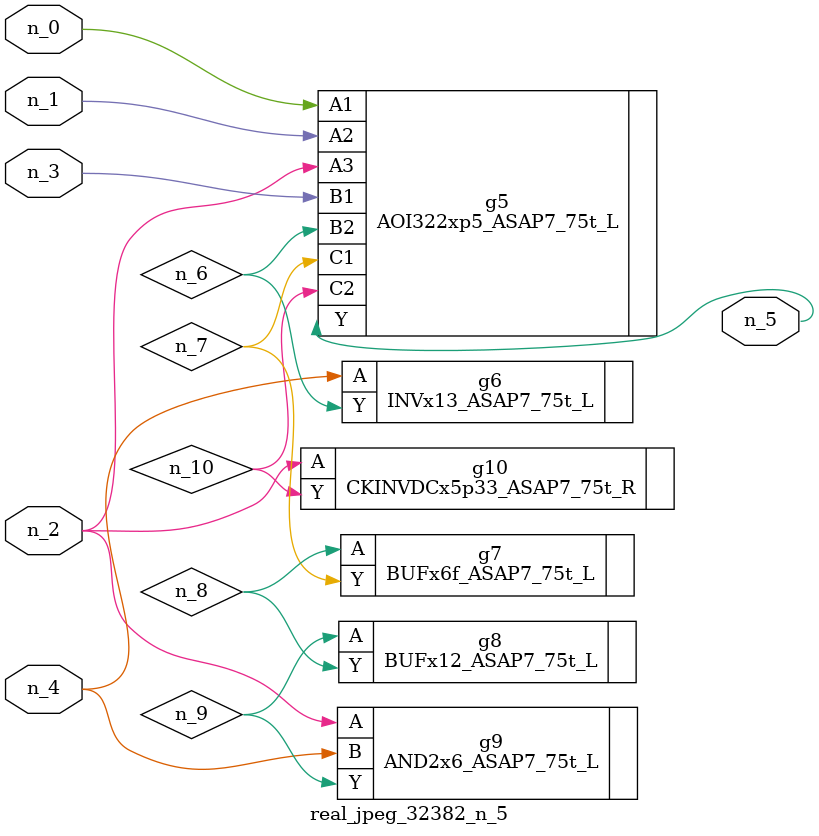
<source format=v>
module real_jpeg_32382_n_5 (n_4, n_0, n_1, n_2, n_3, n_5);

input n_4;
input n_0;
input n_1;
input n_2;
input n_3;

output n_5;

wire n_8;
wire n_6;
wire n_7;
wire n_10;
wire n_9;

AOI322xp5_ASAP7_75t_L g5 ( 
.A1(n_0),
.A2(n_1),
.A3(n_2),
.B1(n_3),
.B2(n_6),
.C1(n_7),
.C2(n_10),
.Y(n_5)
);

AND2x6_ASAP7_75t_L g9 ( 
.A(n_2),
.B(n_4),
.Y(n_9)
);

CKINVDCx5p33_ASAP7_75t_R g10 ( 
.A(n_2),
.Y(n_10)
);

INVx13_ASAP7_75t_L g6 ( 
.A(n_4),
.Y(n_6)
);

BUFx6f_ASAP7_75t_L g7 ( 
.A(n_8),
.Y(n_7)
);

BUFx12_ASAP7_75t_L g8 ( 
.A(n_9),
.Y(n_8)
);


endmodule
</source>
